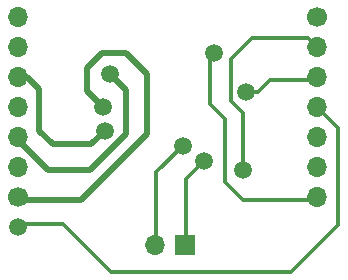
<source format=gbr>
%TF.GenerationSoftware,KiCad,Pcbnew,(6.0.1)*%
%TF.CreationDate,2022-12-10T14:53:13+08:00*%
%TF.ProjectId,ESP32_Adapter 2,45535033-325f-4416-9461-707465722032,rev?*%
%TF.SameCoordinates,Original*%
%TF.FileFunction,Copper,L2,Bot*%
%TF.FilePolarity,Positive*%
%FSLAX46Y46*%
G04 Gerber Fmt 4.6, Leading zero omitted, Abs format (unit mm)*
G04 Created by KiCad (PCBNEW (6.0.1)) date 2022-12-10 14:53:13*
%MOMM*%
%LPD*%
G01*
G04 APERTURE LIST*
%TA.AperFunction,ComponentPad*%
%ADD10C,1.700000*%
%TD*%
%TA.AperFunction,ComponentPad*%
%ADD11O,1.700000X1.700000*%
%TD*%
%TA.AperFunction,ComponentPad*%
%ADD12R,1.700000X1.700000*%
%TD*%
%TA.AperFunction,ViaPad*%
%ADD13C,1.500000*%
%TD*%
%TA.AperFunction,Conductor*%
%ADD14C,0.500000*%
%TD*%
%TA.AperFunction,Conductor*%
%ADD15C,0.300000*%
%TD*%
G04 APERTURE END LIST*
D10*
%TO.P,MNT2,1,Pin_1*%
%TO.N,GND*%
X86360000Y-43180000D03*
D11*
%TO.P,MNT2,2,Pin_2*%
%TO.N,MT_SDA*%
X86360000Y-45720000D03*
%TO.P,MNT2,3,Pin_3*%
%TO.N,MT_SCL*%
X86360000Y-48260000D03*
%TO.P,MNT2,4,Pin_4*%
%TO.N,MT_CSN*%
X86360000Y-50800000D03*
%TO.P,MNT2,5,Pin_5*%
%TO.N,SERIAL_RX*%
X86360000Y-53340000D03*
%TO.P,MNT2,6,Pin_6*%
%TO.N,SERIAL_TX*%
X86360000Y-55880000D03*
%TO.P,MNT2,7,Pin_7*%
%TO.N,BTN_NEXT*%
X86360000Y-58420000D03*
%TD*%
D12*
%TO.P,J1,1,Pin_1*%
%TO.N,/RXD*%
X75184000Y-62462500D03*
D11*
%TO.P,J1,2,Pin_2*%
%TO.N,/TXD*%
X72644000Y-62462500D03*
%TD*%
D10*
%TO.P,MNT1,1,Pin_1*%
%TO.N,WL*%
X61040500Y-58400000D03*
D11*
%TO.P,MNT1,2,Pin_2*%
%TO.N,WH*%
X61040500Y-55860000D03*
%TO.P,MNT1,3,Pin_3*%
%TO.N,VL*%
X61040500Y-53320000D03*
%TO.P,MNT1,4,Pin_4*%
%TO.N,VH*%
X61040500Y-50780000D03*
%TO.P,MNT1,5,Pin_5*%
%TO.N,UL*%
X61040500Y-48240000D03*
%TO.P,MNT1,6,Pin_6*%
%TO.N,UH*%
X61040500Y-45700000D03*
%TO.P,MNT1,7,Pin_7*%
%TO.N,+3V3*%
X61040500Y-43160000D03*
%TD*%
D13*
%TO.N,VL*%
X68831000Y-47984500D03*
%TO.N,WL*%
X68223000Y-50778500D03*
%TO.N,UL*%
X68406500Y-52810500D03*
%TO.N,MT_CSN*%
X61040500Y-60938500D03*
%TO.N,MT_SCL*%
X80344500Y-49508500D03*
%TO.N,MT_SDA*%
X80090500Y-56112500D03*
%TO.N,/RXD*%
X76788500Y-55350500D03*
%TO.N,BTN_NEXT*%
X77606175Y-46262175D03*
%TO.N,/TXD*%
X75010500Y-54080500D03*
%TD*%
D14*
%TO.N,VL*%
X70184500Y-53064500D02*
X67136500Y-56112500D01*
X63580500Y-56112500D02*
X61040500Y-53572500D01*
X67136500Y-56112500D02*
X63580500Y-56112500D01*
X61040500Y-53572500D02*
X61040500Y-53320000D01*
X68831000Y-47984500D02*
X70184500Y-49338000D01*
X70184500Y-49338000D02*
X70184500Y-53064500D01*
%TO.N,WL*%
X66882500Y-49438000D02*
X66882500Y-47476500D01*
X68152500Y-46206500D02*
X70184500Y-46206500D01*
X71962500Y-53064500D02*
X66374500Y-58652500D01*
X68223000Y-50778500D02*
X66882500Y-49438000D01*
X66882500Y-47476500D02*
X68152500Y-46206500D01*
X71962500Y-47984500D02*
X71962500Y-53064500D01*
X66374500Y-58652500D02*
X61293000Y-58652500D01*
X70184500Y-46206500D02*
X71962500Y-47984500D01*
X61293000Y-58652500D02*
X61040500Y-58400000D01*
%TO.N,UL*%
X61804000Y-48240000D02*
X61040500Y-48240000D01*
X67226866Y-53990134D02*
X63998134Y-53990134D01*
X62818500Y-49254500D02*
X61804000Y-48240000D01*
X63998134Y-53990134D02*
X62818500Y-52810500D01*
X68406500Y-52810500D02*
X67226866Y-53990134D01*
X62818500Y-52810500D02*
X62818500Y-49254500D01*
D15*
%TO.N,MT_CSN*%
X84154500Y-64748500D02*
X88138000Y-60765000D01*
X88138000Y-52578000D02*
X86360000Y-50800000D01*
X61040500Y-60938500D02*
X61294500Y-60684500D01*
X64850500Y-60684500D02*
X68914500Y-64748500D01*
X61294500Y-60684500D02*
X64850500Y-60684500D01*
X88138000Y-60765000D02*
X88138000Y-52578000D01*
X68914500Y-64748500D02*
X84154500Y-64748500D01*
%TO.N,MT_SCL*%
X81360500Y-49508500D02*
X82376500Y-48492500D01*
X80344500Y-49508500D02*
X81360500Y-49508500D01*
X82376500Y-48492500D02*
X86127500Y-48492500D01*
X86127500Y-48492500D02*
X86360000Y-48260000D01*
%TO.N,MT_SDA*%
X85576500Y-44936500D02*
X86360000Y-45720000D01*
X79074500Y-50270500D02*
X79074500Y-46714500D01*
X80090500Y-56112500D02*
X80090500Y-51286500D01*
X80852500Y-44936500D02*
X85576500Y-44936500D01*
X80090500Y-51286500D02*
X79074500Y-50270500D01*
X79074500Y-46714500D02*
X80852500Y-44936500D01*
%TO.N,/RXD*%
X75264500Y-56874500D02*
X75264500Y-57382500D01*
X75269500Y-57387500D02*
X75269500Y-63167500D01*
X76788500Y-55350500D02*
X75264500Y-56874500D01*
%TO.N,BTN_NEXT*%
X77296500Y-50524500D02*
X78566500Y-51794500D01*
X78566500Y-51794500D02*
X78566500Y-57128500D01*
X86127500Y-58652500D02*
X86360000Y-58420000D01*
X78566500Y-57128500D02*
X80090500Y-58652500D01*
X80090500Y-58652500D02*
X86127500Y-58652500D01*
X77296500Y-46571850D02*
X77296500Y-50524500D01*
X77606175Y-46262175D02*
X77296500Y-46571850D01*
%TO.N,/TXD*%
X72729500Y-56361500D02*
X72729500Y-63167500D01*
X75010500Y-54080500D02*
X72729500Y-56361500D01*
%TD*%
M02*

</source>
